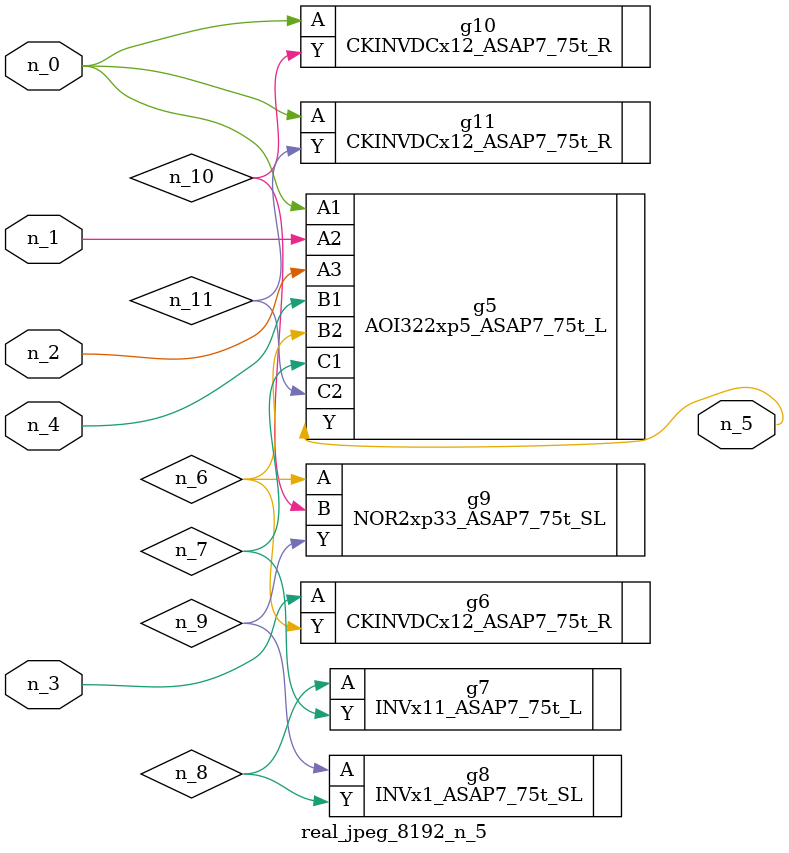
<source format=v>
module real_jpeg_8192_n_5 (n_4, n_0, n_1, n_2, n_3, n_5);

input n_4;
input n_0;
input n_1;
input n_2;
input n_3;

output n_5;

wire n_8;
wire n_11;
wire n_6;
wire n_7;
wire n_10;
wire n_9;

AOI322xp5_ASAP7_75t_L g5 ( 
.A1(n_0),
.A2(n_1),
.A3(n_2),
.B1(n_4),
.B2(n_6),
.C1(n_7),
.C2(n_11),
.Y(n_5)
);

CKINVDCx12_ASAP7_75t_R g10 ( 
.A(n_0),
.Y(n_10)
);

CKINVDCx12_ASAP7_75t_R g11 ( 
.A(n_0),
.Y(n_11)
);

CKINVDCx12_ASAP7_75t_R g6 ( 
.A(n_3),
.Y(n_6)
);

NOR2xp33_ASAP7_75t_SL g9 ( 
.A(n_6),
.B(n_10),
.Y(n_9)
);

INVx11_ASAP7_75t_L g7 ( 
.A(n_8),
.Y(n_7)
);

INVx1_ASAP7_75t_SL g8 ( 
.A(n_9),
.Y(n_8)
);


endmodule
</source>
